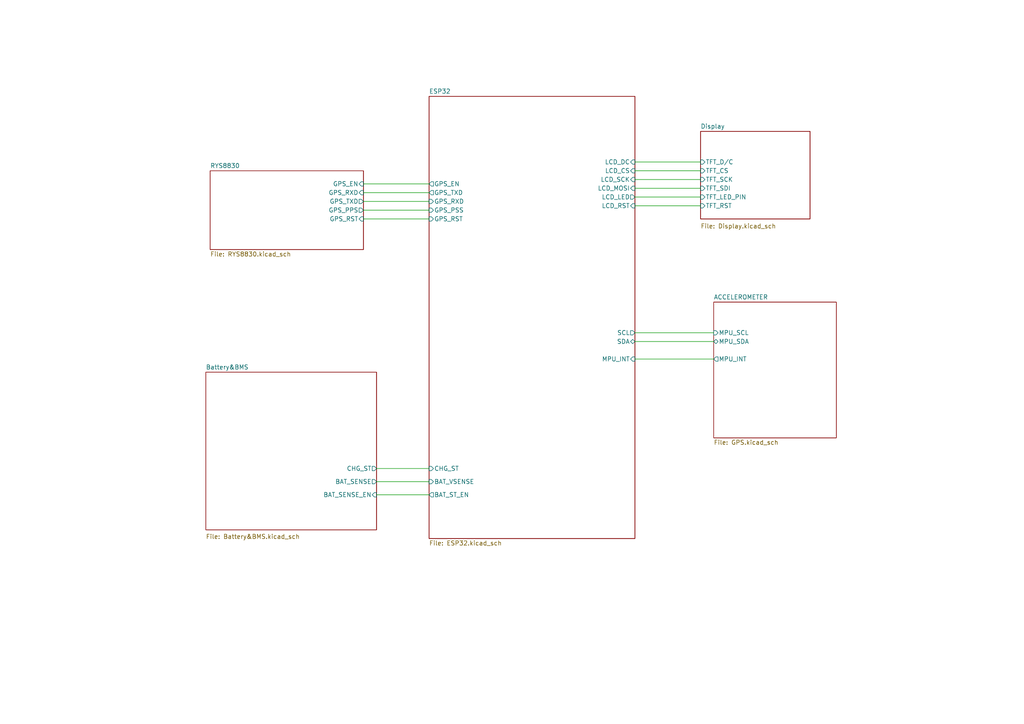
<source format=kicad_sch>
(kicad_sch
	(version 20231120)
	(generator "eeschema")
	(generator_version "8.0")
	(uuid "e9c5fb53-480b-4989-8495-a3341ee99514")
	(paper "A4")
	(lib_symbols)
	(wire
		(pts
			(xy 184.15 49.53) (xy 203.2 49.53)
		)
		(stroke
			(width 0)
			(type default)
		)
		(uuid "0ff7ceab-262a-4dba-b709-0b5094d1e97b")
	)
	(wire
		(pts
			(xy 184.15 52.07) (xy 203.2 52.07)
		)
		(stroke
			(width 0)
			(type default)
		)
		(uuid "18a84c52-c136-4acf-8b87-f9a64a207b9b")
	)
	(wire
		(pts
			(xy 109.22 135.89) (xy 124.46 135.89)
		)
		(stroke
			(width 0)
			(type default)
		)
		(uuid "1da63792-06de-4506-b108-6979e9d43136")
	)
	(wire
		(pts
			(xy 105.41 55.88) (xy 124.46 55.88)
		)
		(stroke
			(width 0)
			(type default)
		)
		(uuid "2b20afbf-5295-42bb-afc7-7eff4ab9657c")
	)
	(wire
		(pts
			(xy 105.41 60.96) (xy 124.46 60.96)
		)
		(stroke
			(width 0)
			(type default)
		)
		(uuid "36244b79-da6d-43fe-80a6-35ce54de252b")
	)
	(wire
		(pts
			(xy 109.22 143.51) (xy 124.46 143.51)
		)
		(stroke
			(width 0)
			(type default)
		)
		(uuid "4e4344a7-eb9a-4ce4-a710-b25f9e21e960")
	)
	(wire
		(pts
			(xy 184.15 104.14) (xy 207.01 104.14)
		)
		(stroke
			(width 0)
			(type default)
		)
		(uuid "50b77389-a0ba-4324-b914-8c725f4592b3")
	)
	(wire
		(pts
			(xy 105.41 58.42) (xy 124.46 58.42)
		)
		(stroke
			(width 0)
			(type default)
		)
		(uuid "5ab78a37-ea2f-42de-8c57-cbdf1a2fabf0")
	)
	(wire
		(pts
			(xy 184.15 96.52) (xy 207.01 96.52)
		)
		(stroke
			(width 0)
			(type default)
		)
		(uuid "63dca622-4766-4f17-bb82-7da9cb001780")
	)
	(wire
		(pts
			(xy 184.15 57.15) (xy 203.2 57.15)
		)
		(stroke
			(width 0)
			(type default)
		)
		(uuid "7c812e77-89b8-4fa0-b0b3-94229db1c8ec")
	)
	(wire
		(pts
			(xy 105.41 63.5) (xy 124.46 63.5)
		)
		(stroke
			(width 0)
			(type default)
		)
		(uuid "88789cd6-5ac1-4ec4-9f97-eac68e065d19")
	)
	(wire
		(pts
			(xy 184.15 59.69) (xy 203.2 59.69)
		)
		(stroke
			(width 0)
			(type default)
		)
		(uuid "92060b8e-d955-4ce3-98f7-b527be348659")
	)
	(wire
		(pts
			(xy 109.22 139.7) (xy 124.46 139.7)
		)
		(stroke
			(width 0)
			(type default)
		)
		(uuid "b40a70e7-58d6-41b0-a482-1ec3fe8ae20b")
	)
	(wire
		(pts
			(xy 105.41 53.34) (xy 124.46 53.34)
		)
		(stroke
			(width 0)
			(type default)
		)
		(uuid "b8a4b6b0-5f65-402f-9e44-b9b7dc6da842")
	)
	(wire
		(pts
			(xy 184.15 54.61) (xy 203.2 54.61)
		)
		(stroke
			(width 0)
			(type default)
		)
		(uuid "c286b5ed-92b3-4c84-893b-1dc89461380e")
	)
	(wire
		(pts
			(xy 184.15 99.06) (xy 207.01 99.06)
		)
		(stroke
			(width 0)
			(type default)
		)
		(uuid "dc437c44-a648-4e96-a294-b343c41aa9f5")
	)
	(wire
		(pts
			(xy 184.15 46.99) (xy 203.2 46.99)
		)
		(stroke
			(width 0)
			(type default)
		)
		(uuid "f9ed38b3-4e3d-46cb-8a58-3ea3e8631124")
	)
	(sheet
		(at 203.2 38.1)
		(size 31.75 25.4)
		(fields_autoplaced yes)
		(stroke
			(width 0.1524)
			(type solid)
		)
		(fill
			(color 0 0 0 0.0000)
		)
		(uuid "15b9618d-10d4-4333-8312-f49228536273")
		(property "Sheetname" "Display"
			(at 203.2 37.3884 0)
			(effects
				(font
					(size 1.27 1.27)
				)
				(justify left bottom)
			)
		)
		(property "Sheetfile" "Display.kicad_sch"
			(at 203.2 64.8466 0)
			(effects
				(font
					(size 1.27 1.27)
				)
				(justify left top)
			)
		)
		(pin "TFT_SDI" input
			(at 203.2 54.61 180)
			(effects
				(font
					(size 1.27 1.27)
				)
				(justify left)
			)
			(uuid "b443aa6a-2543-4bc0-ae40-a3e3c5f5af1f")
		)
		(pin "TFT_SCK" input
			(at 203.2 52.07 180)
			(effects
				(font
					(size 1.27 1.27)
				)
				(justify left)
			)
			(uuid "19e454bf-19f1-44a7-8277-2bb5fcd05572")
		)
		(pin "TFT_CS" input
			(at 203.2 49.53 180)
			(effects
				(font
					(size 1.27 1.27)
				)
				(justify left)
			)
			(uuid "91b271fa-33ec-432d-89a0-301b6a9d6e70")
		)
		(pin "TFT_D{slash}C" input
			(at 203.2 46.99 180)
			(effects
				(font
					(size 1.27 1.27)
				)
				(justify left)
			)
			(uuid "5a8e90f7-5a5d-4bbb-8d78-f7362b079089")
		)
		(pin "TFT_LED_PIN" input
			(at 203.2 57.15 180)
			(effects
				(font
					(size 1.27 1.27)
				)
				(justify left)
			)
			(uuid "f5364bd5-7ccb-4402-ade3-7adbfbc68cdb")
		)
		(pin "TFT_RST" input
			(at 203.2 59.69 180)
			(effects
				(font
					(size 1.27 1.27)
				)
				(justify left)
			)
			(uuid "8c94d72d-3333-457a-88dd-f2935dc663b5")
		)
		(instances
			(project "BEEWATCH MK3"
				(path "/e9c5fb53-480b-4989-8495-a3341ee99514"
					(page "4")
				)
			)
		)
	)
	(sheet
		(at 60.96 49.53)
		(size 44.45 22.86)
		(fields_autoplaced yes)
		(stroke
			(width 0.1524)
			(type solid)
		)
		(fill
			(color 0 0 0 0.0000)
		)
		(uuid "33dec73c-f7ec-4dd7-9d85-ef473e07baa9")
		(property "Sheetname" "RYS8830"
			(at 60.96 48.8184 0)
			(effects
				(font
					(size 1.27 1.27)
				)
				(justify left bottom)
			)
		)
		(property "Sheetfile" "RYS8830.kicad_sch"
			(at 60.96 72.9746 0)
			(effects
				(font
					(size 1.27 1.27)
				)
				(justify left top)
			)
		)
		(pin "GPS_RXD" input
			(at 105.41 55.88 0)
			(effects
				(font
					(size 1.27 1.27)
				)
				(justify right)
			)
			(uuid "d604a8cd-404e-459b-9184-b16b7ee25f86")
		)
		(pin "GPS_TXD" output
			(at 105.41 58.42 0)
			(effects
				(font
					(size 1.27 1.27)
				)
				(justify right)
			)
			(uuid "8807f10e-f5f6-4675-a6d5-85e93e314e72")
		)
		(pin "GPS_PPS" output
			(at 105.41 60.96 0)
			(effects
				(font
					(size 1.27 1.27)
				)
				(justify right)
			)
			(uuid "29affa09-69fd-454e-8135-5abc500d0869")
		)
		(pin "GPS_RST" input
			(at 105.41 63.5 0)
			(effects
				(font
					(size 1.27 1.27)
				)
				(justify right)
			)
			(uuid "d8dab0d6-98ff-4131-82e4-3a757a2ec7ab")
		)
		(pin "GPS_EN" input
			(at 105.41 53.34 0)
			(effects
				(font
					(size 1.27 1.27)
				)
				(justify right)
			)
			(uuid "fada81d8-575b-47bb-ad36-3079b91d8cc3")
		)
		(instances
			(project "BEEWATCH MK3"
				(path "/e9c5fb53-480b-4989-8495-a3341ee99514"
					(page "7")
				)
			)
		)
	)
	(sheet
		(at 207.01 87.63)
		(size 35.56 39.37)
		(fields_autoplaced yes)
		(stroke
			(width 0.1524)
			(type solid)
		)
		(fill
			(color 0 0 0 0.0000)
		)
		(uuid "45e7f89e-d204-4195-8987-9a9b7a51f032")
		(property "Sheetname" "ACCELEROMETER"
			(at 207.01 86.9184 0)
			(effects
				(font
					(size 1.27 1.27)
				)
				(justify left bottom)
			)
		)
		(property "Sheetfile" "GPS.kicad_sch"
			(at 207.01 127.5846 0)
			(effects
				(font
					(size 1.27 1.27)
				)
				(justify left top)
			)
		)
		(pin "MPU_SDA" bidirectional
			(at 207.01 99.06 180)
			(effects
				(font
					(size 1.27 1.27)
				)
				(justify left)
			)
			(uuid "6e9d9838-984a-4602-9fef-d8cf0850408d")
		)
		(pin "MPU_SCL" input
			(at 207.01 96.52 180)
			(effects
				(font
					(size 1.27 1.27)
				)
				(justify left)
			)
			(uuid "f40645c4-225c-475c-81d5-ca22b420c25b")
		)
		(pin "MPU_INT" output
			(at 207.01 104.14 180)
			(effects
				(font
					(size 1.27 1.27)
				)
				(justify left)
			)
			(uuid "e8ee5867-7bdd-439b-b256-2f1fb82f3e50")
		)
		(instances
			(project "BEEWATCH MK3"
				(path "/e9c5fb53-480b-4989-8495-a3341ee99514"
					(page "3")
				)
			)
		)
	)
	(sheet
		(at 124.46 27.94)
		(size 59.69 128.27)
		(fields_autoplaced yes)
		(stroke
			(width 0.1524)
			(type solid)
		)
		(fill
			(color 0 0 0 0.0000)
		)
		(uuid "56d77f8e-c069-456f-a514-fdde13f048cd")
		(property "Sheetname" "ESP32"
			(at 124.46 27.2284 0)
			(effects
				(font
					(size 1.27 1.27)
				)
				(justify left bottom)
			)
		)
		(property "Sheetfile" "ESP32.kicad_sch"
			(at 124.46 156.7946 0)
			(effects
				(font
					(size 1.27 1.27)
				)
				(justify left top)
			)
		)
		(pin "GPS_RST" input
			(at 124.46 63.5 180)
			(effects
				(font
					(size 1.27 1.27)
				)
				(justify left)
			)
			(uuid "29416cac-5fd4-4a8e-8681-ddd21222c24b")
		)
		(pin "SCL" output
			(at 184.15 96.52 0)
			(effects
				(font
					(size 1.27 1.27)
				)
				(justify right)
			)
			(uuid "214c8acb-f106-4c94-8b9f-94a00597663b")
		)
		(pin "SDA" bidirectional
			(at 184.15 99.06 0)
			(effects
				(font
					(size 1.27 1.27)
				)
				(justify right)
			)
			(uuid "57fadb00-9e72-464f-9b1f-f38926ae2e67")
		)
		(pin "GPS_EN" output
			(at 124.46 53.34 180)
			(effects
				(font
					(size 1.27 1.27)
				)
				(justify left)
			)
			(uuid "7d1b452e-9ef7-477d-a9c7-794a3a1950c2")
		)
		(pin "GPS_PSS" input
			(at 124.46 60.96 180)
			(effects
				(font
					(size 1.27 1.27)
				)
				(justify left)
			)
			(uuid "ff4f9956-5c12-475f-b8a1-f3f6aecab6dc")
		)
		(pin "LCD_RST" input
			(at 184.15 59.69 0)
			(effects
				(font
					(size 1.27 1.27)
				)
				(justify right)
			)
			(uuid "9894d60e-a75f-4cdd-8d3f-a4c6334ef62e")
		)
		(pin "LCD_DC" input
			(at 184.15 46.99 0)
			(effects
				(font
					(size 1.27 1.27)
				)
				(justify right)
			)
			(uuid "91deedb3-1cb8-428e-9f40-8536464c75e7")
		)
		(pin "LCD_CS" input
			(at 184.15 49.53 0)
			(effects
				(font
					(size 1.27 1.27)
				)
				(justify right)
			)
			(uuid "8c38fb24-1bef-47bf-9151-32bcb820760a")
		)
		(pin "LCD_MOSI" input
			(at 184.15 54.61 0)
			(effects
				(font
					(size 1.27 1.27)
				)
				(justify right)
			)
			(uuid "8f4364e8-4d25-4fdc-9606-f9522fbc7609")
		)
		(pin "LCD_SCK" input
			(at 184.15 52.07 0)
			(effects
				(font
					(size 1.27 1.27)
				)
				(justify right)
			)
			(uuid "3245a52b-b3b9-4886-b1c5-9728cb6a0074")
		)
		(pin "GPS_TXD" output
			(at 124.46 55.88 180)
			(effects
				(font
					(size 1.27 1.27)
				)
				(justify left)
			)
			(uuid "9f781f14-1185-429a-9c93-7801e5fa3833")
		)
		(pin "GPS_RXD" input
			(at 124.46 58.42 180)
			(effects
				(font
					(size 1.27 1.27)
				)
				(justify left)
			)
			(uuid "502c4dcf-5866-4ae4-af9e-6fb794cc31c6")
		)
		(pin "MPU_INT" input
			(at 184.15 104.14 0)
			(effects
				(font
					(size 1.27 1.27)
				)
				(justify right)
			)
			(uuid "c657adc6-9496-4c2d-93aa-154972eac65e")
		)
		(pin "LCD_LED" output
			(at 184.15 57.15 0)
			(effects
				(font
					(size 1.27 1.27)
				)
				(justify right)
			)
			(uuid "81464fc8-8298-482f-b16f-5cff2d584321")
		)
		(pin "BAT_ST_EN" output
			(at 124.46 143.51 180)
			(effects
				(font
					(size 1.27 1.27)
				)
				(justify left)
			)
			(uuid "070700de-be9e-40f6-8990-3668bc16c57c")
		)
		(pin "BAT_VSENSE" input
			(at 124.46 139.7 180)
			(effects
				(font
					(size 1.27 1.27)
				)
				(justify left)
			)
			(uuid "72c09c2f-2e81-4bb1-bc4e-2b0625408fb9")
		)
		(pin "CHG_ST" input
			(at 124.46 135.89 180)
			(effects
				(font
					(size 1.27 1.27)
				)
				(justify left)
			)
			(uuid "64e8c3ec-6708-480e-9e74-fd398a6d6ff5")
		)
		(instances
			(project "BEEWATCH MK3"
				(path "/e9c5fb53-480b-4989-8495-a3341ee99514"
					(page "2")
				)
			)
		)
	)
	(sheet
		(at 59.69 107.95)
		(size 49.53 45.72)
		(fields_autoplaced yes)
		(stroke
			(width 0.1524)
			(type solid)
		)
		(fill
			(color 0 0 0 0.0000)
		)
		(uuid "d9595010-f994-473f-a0a5-39e7f06951fe")
		(property "Sheetname" "Battery&BMS"
			(at 59.69 107.2384 0)
			(effects
				(font
					(size 1.27 1.27)
				)
				(justify left bottom)
			)
		)
		(property "Sheetfile" "Battery&BMS.kicad_sch"
			(at 59.69 154.8896 0)
			(effects
				(font
					(size 1.27 1.27)
				)
				(justify left top)
			)
		)
		(pin "BAT_SENSE_EN" input
			(at 109.22 143.51 0)
			(effects
				(font
					(size 1.27 1.27)
				)
				(justify right)
			)
			(uuid "684440b0-5688-4c4b-bcd8-b18ed0763540")
		)
		(pin "CHG_ST" output
			(at 109.22 135.89 0)
			(effects
				(font
					(size 1.27 1.27)
				)
				(justify right)
			)
			(uuid "5a348629-42b5-4896-b314-24eb753cdd0b")
		)
		(pin "BAT_SENSE" output
			(at 109.22 139.7 0)
			(effects
				(font
					(size 1.27 1.27)
				)
				(justify right)
			)
			(uuid "c41dfd26-6945-4c15-9212-0fafe4834578")
		)
		(instances
			(project "BEEWATCH MK3"
				(path "/e9c5fb53-480b-4989-8495-a3341ee99514"
					(page "6")
				)
			)
		)
	)
	(sheet_instances
		(path "/"
			(page "1")
		)
	)
)

</source>
